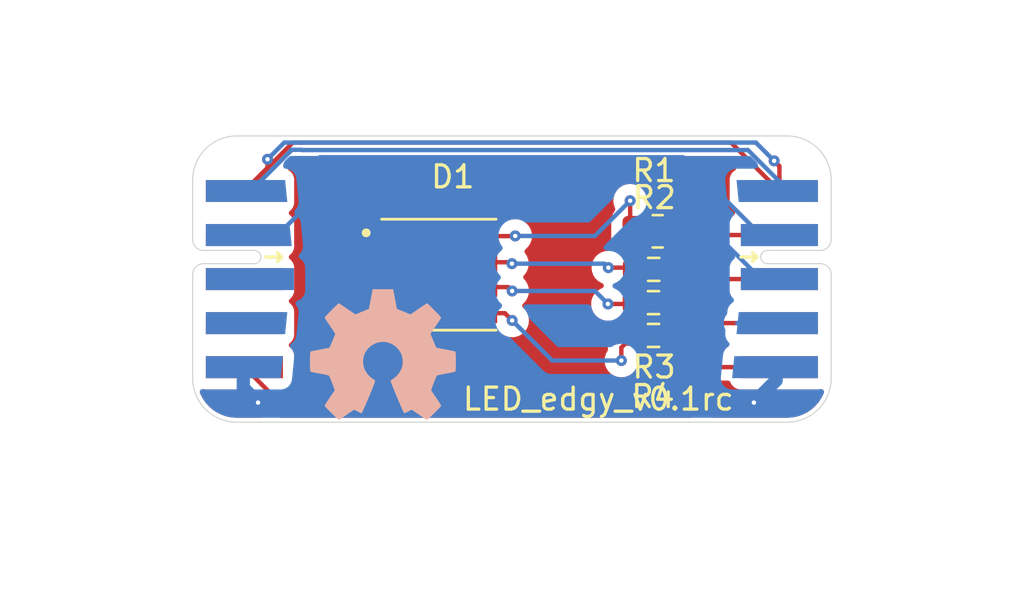
<source format=kicad_pcb>
(kicad_pcb (version 20221018) (generator pcbnew)
  (layers (0 "F.Cu" signal) (1 "In1.Cu" signal) (2 "In2.Cu" signal) (31 "B.Cu" signal) (34 "B.Paste" user) (35 "F.Paste" user) (36 "B.SilkS" user "B.Silkscreen") (37 "F.SilkS" user "F.Silkscreen") (38 "B.Mask" user) (39 "F.Mask" user) (44 "Edge.Cuts" user))
  (net 0 "")
  (net 1 "Net-(J1-5V)")
  (net 2 "Net-(D1-Pad7)")
  (net 3 "Net-(D1-Pad5)")
  (net 4 "Net-(D1-Pad6)")
  (net 5 "Net-(D1-Pad8)")
  (net 6 "Net-(J1-GND-Pad1)")
  (net 7 "Net-(J1-GPIO0)")
  (net 8 "Net-(J1-GPIO1)")
  (net 9 "Net-(J1-GPIO2)")
  (net 10 "Net-(J1-GPIO3)")
  (net 11 "Net-(J1-GPIO4)")
  (net 12 "Net-(J1-GPIO5)")
  (net 13 "Net-(J1-GND-Pad8)")
  (net 14 "Net-(J1-3.3V)")
  (footprint "on_edge:on_edge_2x05_host" (layer "F.Cu") (at 169 96.5 -90)
    (fp_text reference "J2")
    (fp_text value "osf.011")
    (fp_line (start -1 3.373) (end -1.2 3.573) (stroke (width 0.153)) (layer "F.SilkS"))
    (fp_line (start -1 4.1) (end -1 3.373) (stroke (width 0.153)) (layer "F.SilkS"))
    (fp_line (start -0.8 3.573) (end -1 3.373) (stroke (width 0.153)) (layer "F.SilkS"))
    (fp_line (start -4 0) (end -1.8 0) (stroke (width 0.05)) (layer "Edge.Cuts"))
    (fp_line (start -1.3 0.5) (end -1.3 2.9) (stroke (width 0.05)) (layer "Edge.Cuts"))
    (fp_line (start -0.7 2.9) (end -0.7 0.5) (stroke (width 0.05)) (layer "Edge.Cuts"))
    (fp_line (start -0.2 0) (end 4 0) (stroke (width 0.05)) (layer "Edge.Cuts"))
    (fp_arc (start -1.8 0) (mid -1.446447 0.146447) (end -1.3 0.5) (stroke (width 0.05)) (layer "Edge.Cuts"))
    (fp_arc (start -0.7 0.5) (mid -0.553553 0.146447) (end -0.2 0) (stroke (width 0.05)) (layer "Edge.Cuts"))
    (fp_arc (start -0.7 2.9) (mid -1 3.2) (end -1.3 2.9) (stroke (width 0.05)) (layer "Edge.Cuts"))
    (pad "1" smd rect (at -4 2.35 270) (size 1 3.5) (layers "F.Cu" "F.Mask") (net 6 "Net-(J1-GND-Pad1)"))
    (pad "2" smd rect (at -2 2.35 270) (size 1 3.5) (layers "F.Cu" "F.Mask") (net 7 "Net-(J1-GPIO0)"))
    (pad "3" smd rect (at 0 2.35 270) (size 1 3.5) (layers "F.Cu" "F.Mask") (net 8 "Net-(J1-GPIO1)"))
    (pad "4" smd rect (at 2 2.35 270) (size 1 3.5) (layers "F.Cu" "F.Mask") (net 9 "Net-(J1-GPIO2)"))
    (pad "5" smd rect (at 4 2.35 270) (size 1 3.5) (layers "F.Cu" "F.Mask") (net 10 "Net-(J1-GPIO3)"))
    (pad "6" smd custom (at -4 2.4 90) (size 1 3.6) (layers "B.Cu" "B.Mask") (net 11 "Net-(J1-GPIO4)") (options (clearance outline) (anchor rect)) (primitives (gr_poly (pts (xy 0.5 -1.8) (xy -0.5 -1.8) (xy 0.5 -1.9)) (width 0) (fill yes))))
    (pad "7" smd rect (at -2 2.35 90) (size 1 3.5) (layers "B.Cu" "B.Mask") (net 12 "Net-(J1-GPIO5)"))
    (pad "8" smd rect (at 0 2.35 90) (size 1 3.5) (layers "B.Cu" "B.Mask") (net 13 "Net-(J1-GND-Pad8)"))
    (pad "9" smd custom (at 2 2.4 90) (size 1 3.6) (layers "B.Cu" "B.Mask") (net 14 "Net-(J1-3.3V)") (options (clearance outline) (anchor rect)) (primitives (gr_poly (pts (xy 0.5 -1.8) (xy -0.5 -1.8) (xy -0.5 -1.9)) (width 0) (fill yes))))
    (pad "10" smd custom (at 4 2.5 90) (size 1 3.8) (layers "B.Cu" "B.Mask") (net 1 "Net-(J1-5V)") (options (clearance outline) (anchor rect)) (primitives (gr_poly (pts (xy 0.5 -1.9) (xy -0.5 -1.9) (xy -0.5 -2)) (width 0) (fill yes))))
    (zone (net 0) (net_name "") (layers "F&B.Cu") (connect_pads (clearance 0)) (min_thickness 0.254)
      (keepout (tracks allowed) (vias not_allowed) (pads allowed) (copperpour not_allowed) (footprints not_allowed))
      (fill (thermal_gap 0.508) (thermal_bridge_width 0.508))
      (polygon (pts (xy 165 101.5) (xy 165 91.5) (xy 169 91.5) (xy 169 101.5)))
    )
  )
  (footprint "Resistor_SMD:R_0603_1608Metric_Pad0.98x0.95mm_HandSolder" (layer "F.Cu") (at 160.9325 99.06)
    (fp_text reference "R4" (at -0.025 2.775) (layer "F.SilkS"))
    (fp_text value "6R")
    (fp_line (start -0.254724 -0.5225) (end 0.254724 -0.5225) (stroke (width 0.12)) (layer "F.SilkS"))
    (fp_line (start -0.254724 0.5225) (end 0.254724 0.5225) (stroke (width 0.12)) (layer "F.SilkS"))
    (pad "1" smd roundrect (at -0.9125 0) (size 0.975 0.95) (layers "F.Cu" "F.Paste" "F.Mask") (net 3 "Net-(D1-Pad5)"))
    (pad "2" smd roundrect (at 0.9125 0) (size 0.975 0.95) (layers "F.Cu" "F.Paste" "F.Mask") (net 10 "Net-(J1-GPIO3)"))
  )
  (footprint "on_edge:on_edge_2x05_device" (layer "F.Cu") (at 140 96.5 -90)
    (fp_text reference "J1")
    (fp_text value "osf.011")
    (fp_line (start -1.2 -3.85) (end -1 -4.05) (stroke (width 0.153)) (layer "F.SilkS"))
    (fp_line (start -1 -4.05) (end -1 -3.323) (stroke (width 0.153)) (layer "F.SilkS"))
    (fp_line (start -1 -4.05) (end -0.8 -3.85) (stroke (width 0.153)) (layer "F.SilkS"))
    (fp_line (start -4 0) (end -1.8 0) (stroke (width 0.05)) (layer "Edge.Cuts"))
    (fp_line (start -1.3 -2.8) (end -1.3 -0.5) (stroke (width 0.05)) (layer "Edge.Cuts"))
    (fp_line (start -0.7 -0.5) (end -0.7 -2.8) (stroke (width 0.05)) (layer "Edge.Cuts"))
    (fp_line (start -0.2 0) (end 4 0) (stroke (width 0.05)) (layer "Edge.Cuts"))
    (fp_arc (start -1.3 -2.8) (mid -1 -3.1) (end -0.7 -2.8) (stroke (width 0.05)) (layer "Edge.Cuts"))
    (fp_arc (start -1.3 -0.5) (mid -1.446447 -0.146447) (end -1.8 0) (stroke (width 0.05)) (layer "Edge.Cuts"))
    (fp_arc (start -0.2 0) (mid -0.553553 -0.146447) (end -0.7 -0.5) (stroke (width 0.05)) (layer "Edge.Cuts"))
    (pad "1" smd rect (at -4 -2.35 90) (size 1 3.5) (layers "F.Cu" "F.Mask") (net 6 "Net-(J1-GND-Pad1)"))
    (pad "2" smd rect (at -2 -2.35 270) (size 1 3.5) (layers "F.Cu" "F.Mask") (net 7 "Net-(J1-GPIO0)"))
    (pad "3" smd rect (at 0 -2.35 270) (size 1 3.5) (layers "F.Cu" "F.Mask") (net 8 "Net-(J1-GPIO1)"))
    (pad "4" smd rect (at 2 -2.35 90) (size 1 3.5) (layers "F.Cu" "F.Mask") (net 9 "Net-(J1-GPIO2)"))
    (pad "5" smd rect (at 4 -2.35 90) (size 1 3.5) (layers "F.Cu" "F.Mask") (net 10 "Net-(J1-GPIO3)"))
    (pad "6" smd custom (at -4 -2.4 270) (size 1 3.6) (layers "B.Cu" "B.Mask") (net 11 "Net-(J1-GPIO4)") (options (clearance outline) (anchor rect)) (primitives (gr_poly (pts (xy 0.5 -1.8) (xy 0.5 -1.9) (xy -0.5 -1.8)) (width 0) (fill yes))))
    (pad "7" smd custom (at -2 -2.1 270) (size 1 3) (layers "B.Cu" "B.Mask") (net 12 "Net-(J1-GPIO5)") (options (clearance outline) (anchor rect)) (primitives (gr_poly (pts (xy 0.3 -0.51) (xy 0.31 -0.62) (xy 0.33 -0.7) (xy 0.35 -0.76) (xy 0.37 -0.81) (xy 0.4 -0.86) (xy 0.44 -0.92) (xy 0.48 -0.97) (xy 0.5 -0.99) (xy 0.5 -2.4) (xy -0.5 -2.3) (xy -0.5 1.5) (xy 0.3 1.5)) (width 0) (fill yes))))
    (pad "8" smd rect (at 0 -2.6 270) (size 1 4) (layers "B.Cu" "B.Mask") (net 13 "Net-(J1-GND-Pad8)"))
    (pad "9" smd custom (at 2 -2.4 270) (size 1 3.6) (layers "B.Cu" "B.Mask") (net 14 "Net-(J1-3.3V)") (options (clearance outline) (anchor rect)) (primitives (gr_poly (pts (xy -0.5 -1.8) (xy -0.5 -1.9) (xy 0.5 -1.8)) (width 0) (fill yes))))
    (pad "10" smd custom (at 4 -2.3 270) (size 1 3.4) (layers "B.Cu" "B.Mask") (net 1 "Net-(J1-5V)") (options (clearance outline) (anchor rect)) (primitives (gr_poly (pts (xy -0.5 -1.7) (xy -0.5 -1.8) (xy 0.5 -1.7)) (width 0) (fill yes))))
    (zone (net 0) (net_name "") (layers "F&B.Cu") (connect_pads (clearance 0)) (min_thickness 0.254)
      (keepout (tracks allowed) (vias not_allowed) (pads allowed) (copperpour not_allowed) (footprints not_allowed))
      (fill (thermal_gap 0.508) (thermal_bridge_width 0.508))
      (polygon (pts (xy 140 101.5) (xy 140 91.5) (xy 144 91.5) (xy 144 101.5)))
    )
  )
  (footprint "GW_J9LHS1:LED_GW_J9LHS1.4M-C1C7-2+58+MQ+30A-1-100-R33" (layer "F.Cu") (at 151.18 96.3)
    (fp_text reference "D1" (at 0.635 -4.445) (layer "F.SilkS"))
    (fp_text value "GW_J9LHS1.4M-C1C7-2+58+MQ+30A-1-100-R33")
    (fp_line (start -2.6 -2.52) (end 2.6 -2.52) (stroke (width 0.127)) (layer "F.SilkS"))
    (fp_line (start 2.6 2.52) (end -2.6 2.52) (stroke (width 0.127)) (layer "F.SilkS"))
    (fp_circle (center -3.3 -1.9) (end -3.2 -1.9) (stroke (width 0.2)) (fill none) (layer "F.SilkS"))
    (pad "1" smd custom (at -1.81 -1.75) (size 0.5 0.5) (layers "F.Cu") (net 1 "Net-(J1-5V)") (options (clearance outline) (anchor rect)) (primitives (gr_poly (pts (xy -0.84 -0.45) (xy 2.48 -0.45) (xy 2.48 0.66) (xy 0.185 0.66) (xy -0.84 0.33)) (width 0.01) (fill yes))))
    (pad "2" smd custom (at -1.81 -0.5) (size 0.5 0.5) (layers "F.Cu") (net 1 "Net-(J1-5V)") (options (clearance outline) (anchor rect)) (primitives (gr_poly (pts (xy 0.91 -0.29) (xy 0.91 0.35) (xy -0.84 0.35) (xy -0.84 -0.5) (xy 0.01 -0.29)) (width 0.01) (fill yes))))
    (pad "3" smd custom (at -1.81 0.5) (size 0.5 0.5) (layers "F.Cu") (net 1 "Net-(J1-5V)") (options (clearance outline) (anchor rect)) (primitives (gr_poly (pts (xy 0.91 0.29) (xy 0.91 -0.35) (xy -0.84 -0.35) (xy -0.84 0.5) (xy 0.01 0.29)) (width 0.01) (fill yes))))
    (pad "4" smd custom (at -1.81 1.75) (size 0.5 0.5) (layers "F.Cu") (net 1 "Net-(J1-5V)") (options (clearance outline) (anchor rect)) (primitives (gr_poly (pts (xy -0.84 0.45) (xy 2.48 0.45) (xy 2.48 -0.66) (xy 0.185 -0.66) (xy -0.84 -0.33)) (width 0.01) (fill yes))))
    (pad "5" smd rect (at 1.81 1.75) (size 1.68 0.9) (layers "F.Cu") (net 3 "Net-(D1-Pad5)"))
    (pad "6" smd custom (at 1.81 0.565) (size 0.5 0.5) (layers "F.Cu") (net 4 "Net-(D1-Pad6)") (options (clearance outline) (anchor rect)) (primitives (gr_poly (pts (xy -2.41 0.285) (xy -0.84 0.285) (xy -0.84 0.435) (xy 0.84 0.435) (xy 0.84 -0.435) (xy -2.41 -0.435)) (width 0.01) (fill yes))))
    (pad "7" smd custom (at 1.81 -0.565) (size 0.5 0.5) (layers "F.Cu") (net 2 "Net-(D1-Pad7)") (options (clearance outline) (anchor rect)) (primitives (gr_poly (pts (xy -2.41 -0.285) (xy -0.84 -0.285) (xy -0.84 -0.435) (xy 0.84 -0.435) (xy 0.84 0.435) (xy -2.41 0.435)) (width 0.01) (fill yes))))
    (pad "8" smd rect (at 1.81 -1.75) (size 1.68 0.9) (layers "F.Cu") (net 5 "Net-(D1-Pad8)"))
  )
  (footprint "Resistor_SMD:R_0603_1608Metric_Pad0.98x0.95mm_HandSolder" (layer "F.Cu") (at 160.94 96.06)
    (fp_text reference "R2" (at 0.025 -3.26) (layer "F.SilkS"))
    (fp_text value "6,6R")
    (fp_line (start -0.254724 -0.5225) (end 0.254724 -0.5225) (stroke (width 0.12)) (layer "F.SilkS"))
    (fp_line (start -0.254724 0.5225) (end 0.254724 0.5225) (stroke (width 0.12)) (layer "F.SilkS"))
    (pad "1" smd roundrect (at -0.9125 0) (size 0.975 0.95) (layers "F.Cu" "F.Paste" "F.Mask") (net 2 "Net-(D1-Pad7)"))
    (pad "2" smd roundrect (at 0.9125 0) (size 0.975 0.95) (layers "F.Cu" "F.Paste" "F.Mask") (net 8 "Net-(J1-GPIO1)"))
  )
  (footprint "Resistor_SMD:R_0805_2012Metric_Pad1.20x1.40mm_HandSolder" (layer "F.Cu") (at 161.12 94.33)
    (fp_text reference "R1" (at -0.17 -2.76) (layer "F.SilkS"))
    (fp_text value "11,5R")
    (fp_line (start -0.227064 -0.735) (end 0.227064 -0.735) (stroke (width 0.12)) (layer "F.SilkS"))
    (fp_line (start -0.227064 0.735) (end 0.227064 0.735) (stroke (width 0.12)) (layer "F.SilkS"))
    (pad "1" smd roundrect (at -1 0) (size 1.2 1.4) (layers "F.Cu" "F.Paste" "F.Mask") (roundrect_rratio 0.208333) (net 5 "Net-(D1-Pad8)"))
    (pad "2" smd roundrect (at 1 0) (size 1.2 1.4) (layers "F.Cu" "F.Paste" "F.Mask") (roundrect_rratio 0.208333) (net 7 "Net-(J1-GPIO0)"))
  )
  (footprint "Resistor_SMD:R_0603_1608Metric_Pad0.98x0.95mm_HandSolder" (layer "F.Cu") (at 160.93 97.57)
    (fp_text reference "R3" (at 0.025 2.925) (layer "F.SilkS"))
    (fp_text value "6,6R")
    (fp_line (start -0.254724 -0.5225) (end 0.254724 -0.5225) (stroke (width 0.12)) (layer "F.SilkS"))
    (fp_line (start -0.254724 0.5225) (end 0.254724 0.5225) (stroke (width 0.12)) (layer "F.SilkS"))
    (pad "1" smd roundrect (at -0.9125 0) (size 0.975 0.95) (layers "F.Cu" "F.Paste" "F.Mask") (net 4 "Net-(D1-Pad6)"))
    (pad "2" smd roundrect (at 0.9125 0) (size 0.975 0.95) (layers "F.Cu" "F.Paste" "F.Mask") (net 9 "Net-(J1-GPIO2)"))
  )
  (footprint "Symbol:OSHW-Symbol_6.7x6mm_SilkScreen" (layer "B.Cu") (at 148.65 99.94 180)
    (fp_text reference "LOGO1" hide)
    (fp_text value "Logo_Open_Hardware_Small" hide)
    (fp_poly (pts (xy 0.555814 2.531069) (xy 0.639635 2.086445) (xy 0.94892 1.958947) (xy 1.258206 1.831449) (xy 1.629246 2.083754) (xy 1.733157 2.154004) (xy 1.827087 2.216728) (xy 1.906652 2.269062) (xy 1.96747 2.308143) (xy 2.005157 2.331107) (xy 2.015421 2.336058) (xy 2.03391 2.323324) (xy 2.07342 2.288118) (xy 2.129522 2.234938) (xy 2.197787 2.168282) (xy 2.273786 2.092646) (xy 2.353092 2.012528) (xy 2.431275 1.932426) (xy 2.503907 1.856836) (xy 2.566559 1.790255) (xy 2.614803 1.737182) (xy 2.64421 1.702113) (xy 2.651241 1.690377) (xy 2.641123 1.66874) (xy 2.612759 1.621338) (xy 2.569129 1.552807) (xy 2.513218 1.467785) (xy 2.448006 1.370907) (xy 2.410219 1.31565) (xy 2.341343 1.214752) (xy 2.28014 1.123701) (xy 2.229578 1.04703) (xy 2.192628 0.989272) (xy 2.172258 0.954957) (xy 2.169197 0.947746) (xy 2.176136 0.927252) (xy 2.195051 0.879487) (xy 2.223087 0.811168) (xy 2.257391 0.729011) (xy 2.295109 0.63973) (xy 2.333387 0.550042) (xy 2.36937 0.466662) (xy 2.400206 0.396306) (xy 2.423039 0.34569) (xy 2.435017 0.321529) (xy 2.435724 0.320578) (xy 2.454531 0.315964) (xy 2.504618 0.305672) (xy 2.580793 0.290713) (xy 2.677865 0.272099) (xy 2.790643 0.250841) (xy 2.856442 0.238582) (xy 2.97695 0.215638) (xy 3.085797 0.193805) (xy 3.177476 0.174278) (xy 3.246481 0.158252) (xy 3.287304 0.146921) (xy 3.295511 0.143326) (xy 3.303548 0.118994) (xy 3.310033 0.064041) (xy 3.31497 -0.015108) (xy 3.318364 -0.112026) (xy 3.320218 -0.220287) (xy 3.320538 -0.333465) (xy 3.319327 -0.445135) (xy 3.31659 -0.548868) (xy 3.312331 -0.638241) (xy 3.306555 -0.706826) (xy 3.299267 -0.748197) (xy 3.294895 -0.75681) (xy 3.268764 -0.767133) (xy 3.213393 -0.781892) (xy 3.136107 -0.799352) (xy 3.04423 -0.81778) (xy 3.012158 -0.823741) (xy 2.857524 -0.852066) (xy 2.735375 -0.874876) (xy 2.641673 -0.89308) (xy 2.572384 -0.907583) (xy 2.523471 -0.919292) (xy 2.490897 -0.929115) (xy 2.470628 -0.937956) (xy 2.458626 -0.946724) (xy 2.456947 -0.948457) (xy 2.440184 -0.976371) (xy 2.414614 -1.030695) (xy 2.382788 -1.104777) (xy 2.34726 -1.191965) (xy 2.310583 -1.285608) (xy 2.275311 -1.379052) (xy 2.243996 -1.465647) (xy 2.219193 -1.53874) (xy 2.203454 -1.591678) (xy 2.199332 -1.617811) (xy 2.199676 -1.618726) (xy 2.213641 -1.640086) (xy 2.245322 -1.687084) (xy 2.291391 -1.754827) (xy 2.348518 -1.838423) (xy 2.413373 -1.932982) (xy 2.431843 -1.959854) (xy 2.497699 -2.057275) (xy 2.55565 -2.146163) (xy 2.602538 -2.221412) (xy 2.635207 -2.27792) (xy 2.6505 -2.310581) (xy 2.651241 -2.314593) (xy 2.638392 -2.335684) (xy 2.602888 -2.377464) (xy 2.549293 -2.435445) (xy 2.482171 -2.505135) (xy 2.406087 -2.582045) (xy 2.325604 -2.661683) (xy 2.245287 -2.739561) (xy 2.169699 -2.811186) (xy 2.103405 -2.87207) (xy 2.050969 -2.917721) (xy 2.016955 -2.94365) (xy 2.007545 -2.947883) (xy 1.985643 -2.937912) (xy 1.9408 -2.91102) (xy 1.880321 -2.871736) (xy 1.833789 -2.840117) (xy 1.749475 -2.782098) (xy 1.649626 -2.713784) (xy 1.549473 -2.645579) (xy 1.495627 -2.609075) (xy 1.313371 -2.4858) (xy 1.160381 -2.56852) (xy 1.090682 -2.604759) (xy 1.031414 -2.632926) (xy 0.991311 -2.648991) (xy 0.981103 -2.651226) (xy 0.968829 -2.634722) (xy 0.944613 -2.588082) (xy 0.910263 -2.515609) (xy 0.867588 -2.421606) (xy 0.818394 -2.310374) (xy 0.76449 -2.186215) (xy 0.707684 -2.053432) (xy 0.649782 -1.916327) (xy 0.592593 -1.779202) (xy 0.537924 -1.646358) (xy 0.487584 -1.522098) (xy 0.44338 -1.410725) (xy 0.407119 -1.316539) (xy 0.380609 -1.243844) (xy 0.365658 -1.196941) (xy 0.363254 -1.180833) (xy 0.382311 -1.160286) (xy 0.424036 -1.126933) (xy 0.479706 -1.087702) (xy 0.484378 -1.084599) (xy 0.628264 -0.969423) (xy 0.744283 -0.835053) (xy 0.83143 -0.685784) (xy 0.888699 -0.525913) (xy 0.915086 -0.359737) (xy 0.909585 -0.191552) (xy 0.87119 -0.025655) (xy 0.798895 0.133658) (xy 0.777626 0.168513) (xy 0.666996 0.309263) (xy 0.536302 0.422286) (xy 0.390064 0.506997) (xy 0.232808 0.562806) (xy 0.069057 0.589126) (xy -0.096667 0.58537) (xy -0.259838 0.55095) (xy -0.415935 0.485277) (xy -0.560433 0.387765) (xy -0.605131 0.348187) (xy -0.718888 0.224297) (xy -0.801782 0.093876) (xy -0.858644 -0.052315) (xy -0.890313 -0.197088) (xy -0.898131 -0.35986) (xy -0.872062 -0.52344) (xy -0.814755 -0.682298) (xy -0.728856 -0.830906) (xy -0.617014 -0.963735) (xy -0.481877 -1.075256) (xy -0.464117 -1.087011) (xy -0.40785 -1.125508) (xy -0.365077 -1.158863) (xy -0.344628 -1.18016) (xy -0.344331 -1.180833) (xy -0.348721 -1.203871) (xy -0.366124 -1.256157) (xy -0.394732 -1.33339) (xy -0.432735 -1.431268) (xy -0.478326 -1.545491) (xy -0.529697 -1.671758) (xy -0.585038 -1.805767) (xy -0.642542 -1.943218) (xy -0.700399 -2.079808) (xy -0.756802 -2.211237) (xy -0.809942 -2.333205) (xy -0.85801 -2.441409) (xy -0.899199 -2.531549) (xy -0.931699 -2.599323) (xy -0.953703 -2.64043) (xy -0.962564 -2.651226) (xy -0.98964 -2.642819) (xy -1.040303 -2.620272) (xy -1.105817 -2.587613) (xy -1.141841 -2.56852) (xy -1.294832 -2.4858) (xy -1.477088 -2.609075) (xy -1.570125 -2.672228) (xy -1.671985 -2.741727) (xy -1.767438 -2.807165) (xy -1.81525 -2.840117) (xy -1.882495 -2.885273) (xy -1.939436 -2.921057) (xy -1.978646 -2.942938) (xy -1.991381 -2.947563) (xy -2.009917 -2.935085) (xy -2.050941 -2.900252) (xy -2.110475 -2.846678) (xy -2.184542 -2.777983) (xy -2.269165 -2.697781) (xy -2.322685 -2.646286) (xy -2.416319 -2.554286) (xy -2.497241 -2.471999) (xy -2.562177 -2.402945) (xy -2.607858 -2.350644) (xy -2.631011 -2.318616) (xy -2.633232 -2.312116) (xy -2.622924 -2.287394) (xy -2.594439 -2.237405) (xy -2.550937 -2.167212) (xy -2.495577 -2.081875) (xy -2.43152 -1.986456) (xy -2.413303 -1.959854) (xy -2.346927 -1.863167) (xy -2.287378 -1.776117) (xy -2.237984 -1.703595) (xy -2.202075 -1.650493) (xy -2.182981 -1.621703) (xy -2.181136 -1.618726) (xy -2.183895 -1.595782) (xy -2.198538 -1.545336) (xy -2.222513 -1.474041) (xy -2.253266 -1.388547) (xy -2.288244 -1.295507) (xy -2.324893 -1.201574) (xy -2.360661 -1.113399) (xy -2.392994 -1.037634) (xy -2.419338 -0.980931) (xy -2.437142 -0.949943) (xy -2.438407 -0.948457) (xy -2.449294 -0.939601) (xy -2.467682 -0.930843) (xy -2.497606 -0.921277) (xy -2.543103 -0.909996) (xy -2.608209 -0.896093) (xy -2.696961 -0.878663) (xy -2.813393 -0.856798) (xy -2.961542 -0.829591) (xy -2.993618 -0.823741) (xy -3.088686 -0.805374) (xy -3.171565 -0.787405) (xy -3.23493 -0.771569) (xy -3.271458 -0.7596) (xy -3.276356 -0.75681) (xy -3.284427 -0.732072) (xy -3.290987 -0.67679) (xy -3.296033 -0.597389) (xy -3.299559 -0.500296) (xy -3.301561 -0.391938) (xy -3.302036 -0.27874) (xy -3.300977 -0.167128) (xy -3.298382 -0.063529) (xy -3.294246 0.025632) (xy -3.288563 0.093928) (xy -3.281331 0.134934) (xy -3.276971 0.143326) (xy -3.252698 0.151792) (xy -3.197426 0.165565) (xy -3.116662 0.18345) (xy -3.015912 0.204252) (xy -2.900683 0.226777) (xy -2.837902 0.238582) (xy -2.718787 0.260849) (xy -2.612565 0.281021) (xy -2.524427 0.298085) (xy -2.459566 0.311031) (xy -2.423174 0.318845) (xy -2.417184 0.320578) (xy -2.407061 0.34011) (xy -2.385662 0.387157) (xy -2.355839 0.454997) (xy -2.320445 0.536909) (xy -2.282332 0.626172) (xy -2.244353 0.716065) (xy -2.20936 0.799865) (xy -2.180206 0.870853) (xy -2.159743 0.922306) (xy -2.150823 0.947503) (xy -2.150657 0.948604) (xy -2.160769 0.968481) (xy -2.189117 1.014223) (xy -2.232723 1.081283) (xy -2.288606 1.165116) (xy -2.353787 1.261174) (xy -2.391679 1.31635) (xy -2.460725 1.417519) (xy -2.52205 1.50937) (xy -2.572663 1.587256) (xy -2.609571 1.646531) (xy -2.629782 1.682549) (xy -2.632701 1.690623) (xy -2.620153 1.709416) (xy -2.585463 1.749543) (xy -2.533063 1.806507) (xy -2.467384 1.875815) (xy -2.392856 1.952969) (xy -2.313913 2.033475) (xy -2.234983 2.112837) (xy -2.1605 2.18656) (xy -2.094894 2.250148) (xy -2.042596 2.299106) (xy -2.008039 2.328939) (xy -1.996478 2.336058) (xy -1.977654 2.326047) (xy -1.932631 2.297922) (xy -1.865787 2.254546) (xy -1.781499 2.198782) (xy -1.684144 2.133494) (xy -1.610707 2.083754) (xy -1.239667 1.831449) (xy -0.621095 2.086445) (xy -0.537275 2.531069) (xy -0.453454 2.975693) (xy 0.471994 2.975693) (xy 0.555814 2.531069)) (stroke (width 0.01)) (fill solid) (layer "B.SilkS"))
  )
  (gr_line (start 142 90) (end 167 90) (stroke (width 0.05)) (layer "Edge.Cuts"))
  (gr_arc (start 169 101) (mid 168.414214 102.414214) (end 167 103) (stroke (width 0.05)) (layer "Edge.Cuts"))
  (gr_line (start 167 103) (end 142 103) (stroke (width 0.05)) (layer "Edge.Cuts"))
  (gr_arc (start 167 90) (mid 168.414214 90.585786) (end 169 92) (stroke (width 0.05)) (layer "Edge.Cuts"))
  (gr_line (start 140 100.5) (end 140 101) (stroke (width 0.05)) (layer "Edge.Cuts"))
  (gr_arc (start 142 103) (mid 140.585786 102.414214) (end 140 101) (stroke (width 0.05)) (layer "Edge.Cuts"))
  (gr_line (start 169 92.5) (end 169 92) (stroke (width 0.05)) (layer "Edge.Cuts"))
  (gr_arc (start 140 92) (mid 140.585786 90.585786) (end 142 90) (stroke (width 0.05)) (layer "Edge.Cuts"))
  (gr_line (start 169 101) (end 169 100.5) (stroke (width 0.05)) (layer "Edge.Cuts"))
  (gr_line (start 140 92.5) (end 140 92) (stroke (width 0.05)) (layer "Edge.Cuts"))
  (gr_text "LED_edgy_v0.1rc" (at 158.425 101.95) (layer "F.SilkS") (effects (font (size 1 1))))
  (segment (start 149.37 95.8) (end 149.37 96.8) (width 0.6) (layer "F.Cu") (net 1))
  (segment (start 149.37 96.8) (end 149.37 98.05) (width 0.6) (layer "F.Cu") (net 1))
  (segment (start 149.37 95.8) (end 149.37 94.55) (width 0.6) (layer "F.Cu") (net 1))
  (via (at 142.97 102.11) (size 0.5) (drill 0.2) (layers "F.Cu" "B.Cu") (net 1))
  (via (at 165.49 102.11) (size 0.5) (drill 0.2) (layers "F.Cu" "B.Cu") (net 1))
  (segment (start 142.3 101.44) (end 142.97 102.11) (width 0.6) (layer "B.Cu") (net 1))
  (segment (start 166.5 101.1) (end 165.49 102.11) (width 0.6) (layer "B.Cu") (net 1))
  (segment (start 142.3 100.5) (end 142.3 101.44) (width 0.6) (layer "B.Cu") (net 1))
  (segment (start 166.5 100.5) (end 166.5 101.1) (width 0.6) (layer "B.Cu") (net 1))
  (segment (start 159.9475 95.98) (end 160.0275 96.06) (width 0.2) (layer "F.Cu") (net 2))
  (segment (start 152.99 95.735) (end 154.435 95.735) (width 0.2) (layer "F.Cu") (net 2))
  (segment (start 158.88 95.98) (end 159.9475 95.98) (width 0.2) (layer "F.Cu") (net 2))
  (segment (start 159.7025 95.735) (end 160.0275 96.06) (width 0.2) (layer "F.Cu") (net 2))
  (segment (start 154.435 95.735) (end 154.5 95.8) (width 0.2) (layer "F.Cu") (net 2))
  (via (at 154.5 95.8) (size 0.5) (drill 0.2) (layers "F.Cu" "B.Cu") (net 2))
  (via (at 158.88 95.98) (size 0.5) (drill 0.2) (layers "F.Cu" "B.Cu") (net 2))
  (segment (start 158.7 95.8) (end 158.88 95.98) (width 0.2) (layer "B.Cu") (net 2))
  (segment (start 154.5 95.8) (end 158.7 95.8) (width 0.2) (layer "B.Cu") (net 2))
  (segment (start 159.47 99.61) (end 160.02 99.06) (width 0.2) (layer "F.Cu") (net 3))
  (segment (start 154.18 98.05) (end 154.51 98.38) (width 0.2) (layer "F.Cu") (net 3))
  (segment (start 152.99 98.05) (end 154.18 98.05) (width 0.2) (layer "F.Cu") (net 3))
  (segment (start 159.47 100.2) (end 159.47 99.61) (width 0.2) (layer "F.Cu") (net 3))
  (via (at 159.47 100.2) (size 0.5) (drill 0.2) (layers "F.Cu" "B.Cu") (net 3))
  (via (at 154.51 98.38) (size 0.5) (drill 0.2) (layers "F.Cu" "B.Cu") (net 3))
  (segment (start 156.33 100.2) (end 159.47 100.2) (width 0.2) (layer "B.Cu") (net 3))
  (segment (start 154.51 98.38) (end 156.33 100.2) (width 0.2) (layer "B.Cu") (net 3))
  (segment (start 159.9575 97.63) (end 160.0175 97.57) (width 0.2) (layer "F.Cu") (net 4))
  (segment (start 152.99 96.865) (end 154.335 96.865) (width 0.2) (layer "F.Cu") (net 4))
  (segment (start 154.335 96.865) (end 154.51 97.04) (width 0.2) (layer "F.Cu") (net 4))
  (segment (start 158.86 97.63) (end 159.9575 97.63) (width 0.2) (layer "F.Cu") (net 4))
  (via (at 158.86 97.63) (size 0.5) (drill 0.2) (layers "F.Cu" "B.Cu") (net 4))
  (via (at 154.51 97.04) (size 0.5) (drill 0.2) (layers "F.Cu" "B.Cu") (net 4))
  (segment (start 158.27 97.04) (end 158.86 97.63) (width 0.2) (layer "B.Cu") (net 4))
  (segment (start 154.51 97.04) (end 158.27 97.04) (width 0.2) (layer "B.Cu") (net 4))
  (segment (start 152.99 94.55) (end 154.64 94.55) (width 0.2) (layer "F.Cu") (net 5))
  (segment (start 154.64 94.55) (end 154.65 94.54) (width 0.2) (layer "F.Cu") (net 5))
  (segment (start 159.87 94.08) (end 160.12 94.33) (width 0.2) (layer "F.Cu") (net 5))
  (segment (start 159.9 94.55) (end 160.12 94.33) (width 0.2) (layer "F.Cu") (net 5))
  (segment (start 159.87 92.94) (end 159.87 94.08) (width 0.2) (layer "F.Cu") (net 5))
  (via (at 159.87 92.94) (size 0.5) (drill 0.2) (layers "F.Cu" "B.Cu") (net 5))
  (via (at 154.65 94.54) (size 0.5) (drill 0.2) (layers "F.Cu" "B.Cu") (net 5))
  (segment (start 158.27 94.54) (end 159.87 92.94) (width 0.2) (layer "B.Cu") (net 5))
  (segment (start 154.65 94.54) (end 158.27 94.54) (width 0.2) (layer "B.Cu") (net 5))
  (segment (start 143.4 91.06) (end 143.4 91.45) (width 0.2) (layer "F.Cu") (net 6))
  (segment (start 166.65 92.5) (end 166.65 91.37) (width 0.2) (layer "F.Cu") (net 6))
  (segment (start 142.35 92.5) (end 144.55 90.3) (width 0.2) (layer "F.Cu") (net 6))
  (segment (start 164.45 90.3) (end 166.65 92.5) (width 0.2) (layer "F.Cu") (net 6))
  (segment (start 144.55 90.3) (end 164.45 90.3) (width 0.2) (layer "F.Cu") (net 6))
  (segment (start 166.65 91.37) (end 166.41 91.13) (width 0.2) (layer "F.Cu") (net 6))
  (segment (start 143.4 91.45) (end 142.35 92.5) (width 0.2) (layer "F.Cu") (net 6))
  (via (at 143.4 91.06) (size 0.5) (drill 0.2) (layers "F.Cu" "B.Cu") (net 6))
  (via (at 166.41 91.13) (size 0.5) (drill 0.2) (layers "F.Cu" "B.Cu") (net 6))
  (segment (start 144.16 90.3) (end 143.4 91.06) (width 0.2) (layer "B.Cu") (net 6))
  (segment (start 144.94 90.3) (end 144.16 90.3) (width 0.2) (layer "B.Cu") (net 6))
  (segment (start 165.58 90.3) (end 144.94 90.3) (width 0.2) (layer "B.Cu") (net 6))
  (segment (start 166.41 91.13) (end 165.58 90.3) (width 0.2) (layer "B.Cu") (net 6))
  (segment (start 162.12 94.33) (end 162.29 94.5) (width 0.2) (layer "F.Cu") (net 7))
  (segment (start 162.29 94.5) (end 166.65 94.5) (width 0.2) (layer "F.Cu") (net 7))
  (segment (start 162.2925 96.5) (end 166.65 96.5) (width 0.2) (layer "F.Cu") (net 8))
  (segment (start 161.8525 96.06) (end 162.2925 96.5) (width 0.2) (layer "F.Cu") (net 8))
  (segment (start 161.8425 97.57) (end 162.7725 98.5) (width 0.2) (layer "F.Cu") (net 9))
  (segment (start 162.7725 98.5) (end 166.65 98.5) (width 0.2) (layer "F.Cu") (net 9))
  (segment (start 142.725 100.5) (end 142.35 100.5) (width 0.2) (layer "F.Cu") (net 10))
  (segment (start 163.285 102.005) (end 163.285 100.5) (width 0.2) (layer "F.Cu") (net 10))
  (segment (start 161.845 99.06) (end 163.285 100.5) (width 0.2) (layer "F.Cu") (net 10))
  (segment (start 143.82 101.97) (end 143.82 102.5) (width 0.2) (layer "F.Cu") (net 10))
  (segment (start 143.82 102.5) (end 144.02 102.7) (width 0.2) (layer "F.Cu") (net 10))
  (segment (start 142.35 100.5) (end 143.82 101.97) (width 0.2) (layer "F.Cu") (net 10))
  (segment (start 162.59 102.7) (end 163.285 102.005) (width 0.2) (layer "F.Cu") (net 10))
  (segment (start 163.285 100.5) (end 166.65 100.5) (width 0.2) (layer "F.Cu") (net 10))
  (segment (start 144.02 102.7) (end 162.59 102.7) (width 0.2) (layer "F.Cu") (net 10))
  (segment (start 165.22 90.64) (end 144.96 90.64) (width 0.2) (layer "B.Cu") (net 11))
  (segment (start 144.96 90.64) (end 144.947 90.627) (width 0.2) (layer "B.Cu") (net 11))
  (segment (start 144.48 90.65458) (end 142.63458 92.5) (width 0.2) (layer "B.Cu") (net 11))
  (segment (start 166.6 92.5) (end 166.6 92.02) (width 0.2) (layer "B.Cu") (net 11))
  (segment (start 166.6 92.02) (end 165.22 90.64) (width 0.2) (layer "B.Cu") (net 11))
  (segment (start 144.48 90.627) (end 144.48 90.65458) (width 0.2) (layer "B.Cu") (net 11))
  (segment (start 142.63458 92.5) (end 142.4 92.5) (width 0.2) (layer "B.Cu") (net 11))
  (segment (start 144.947 90.627) (end 144.48 90.627) (width 0.2) (layer "B.Cu") (net 11))
  (segment (start 162.27 90.967) (end 165.803 94.5) (width 0.2) (layer "B.Cu") (net 12))
  (segment (start 166.65 94.5) (end 165.1 94.5) (width 0.2) (layer "B.Cu") (net 12))
  (segment (start 145.783 90.967) (end 162.27 90.967) (width 0.2) (layer "B.Cu") (net 12))
  (segment (start 145.1 93.26) (end 145.1 91.65) (width 0.2) (layer "B.Cu") (net 12))
  (segment (start 143.86 94.5) (end 145.1 93.26) (width 0.2) (layer "B.Cu") (net 12))
  (segment (start 142.1 94.5) (end 143.86 94.5) (width 0.2) (layer "B.Cu") (net 12))
  (segment (start 165.803 94.5) (end 166.65 94.5) (width 0.2) (layer "B.Cu") (net 12))
  (segment (start 145.1 91.65) (end 145.783 90.967) (width 0.2) (layer "B.Cu") (net 12))
  (segment (start 166.65 96.5) (end 165.825 96.5) (width 0.2) (layer "B.Cu") (net 13))
  (segment (start 166.65 96.5) (end 165.81 96.5) (width 0.2) (layer "B.Cu") (net 13))
  (segment (start 165.81 96.5) (end 163.46 94.15) (width 0.2) (layer "B.Cu") (net 13))
  (segment (start 166.6 98.5) (end 164.732948 98.5) (width 0.2) (layer "B.Cu") (net 14))
  (zone (net 1) (net_name "Net-(J1-5V)") (layer "F.Cu") (connect_pads (clearance 0.508)) (min_thickness 0.254) (fill yes (thermal_gap 0.508) (thermal_bridge_width 0.508))
    (polygon (pts (xy 173.5 88.025) (xy 173.375 107.075) (xy 136.2 104.925) (xy 136.9 87.675)))
  )
  (zone (net 1) (net_name "Net-(J1-5V)") (layer "B.Cu") (connect_pads (clearance 0.508)) (min_thickness 0.254) (fill yes (thermal_gap 0.508) (thermal_bridge_width 0.508))
    (polygon (pts (xy 177.325 84.7) (xy 177.775 110.8) (xy 131.25 108.625) (xy 132.575 83.825)))
  )
)
</source>
